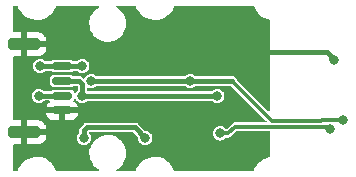
<source format=gbr>
G04 #@! TF.GenerationSoftware,KiCad,Pcbnew,(5.99.0-10394-g2e15de97e0)*
G04 #@! TF.CreationDate,2021-04-26T16:11:07+02:00*
G04 #@! TF.ProjectId,TFHT01A,54464854-3031-4412-9e6b-696361645f70,REV*
G04 #@! TF.SameCoordinates,PX78dfd90PY8290510*
G04 #@! TF.FileFunction,Copper,L1,Top*
G04 #@! TF.FilePolarity,Positive*
%FSLAX46Y46*%
G04 Gerber Fmt 4.6, Leading zero omitted, Abs format (unit mm)*
G04 Created by KiCad (PCBNEW (5.99.0-10394-g2e15de97e0)) date 2021-04-26 16:11:07*
%MOMM*%
%LPD*%
G01*
G04 APERTURE LIST*
G04 Aperture macros list*
%AMRoundRect*
0 Rectangle with rounded corners*
0 $1 Rounding radius*
0 $2 $3 $4 $5 $6 $7 $8 $9 X,Y pos of 4 corners*
0 Add a 4 corners polygon primitive as box body*
4,1,4,$2,$3,$4,$5,$6,$7,$8,$9,$2,$3,0*
0 Add four circle primitives for the rounded corners*
1,1,$1+$1,$2,$3*
1,1,$1+$1,$4,$5*
1,1,$1+$1,$6,$7*
1,1,$1+$1,$8,$9*
0 Add four rect primitives between the rounded corners*
20,1,$1+$1,$2,$3,$4,$5,0*
20,1,$1+$1,$4,$5,$6,$7,0*
20,1,$1+$1,$6,$7,$8,$9,0*
20,1,$1+$1,$8,$9,$2,$3,0*%
G04 Aperture macros list end*
G04 #@! TA.AperFunction,SMDPad,CuDef*
%ADD10RoundRect,0.150000X-0.700000X0.150000X-0.700000X-0.150000X0.700000X-0.150000X0.700000X0.150000X0*%
G04 #@! TD*
G04 #@! TA.AperFunction,SMDPad,CuDef*
%ADD11RoundRect,0.250000X-1.100000X0.250000X-1.100000X-0.250000X1.100000X-0.250000X1.100000X0.250000X0*%
G04 #@! TD*
G04 #@! TA.AperFunction,ViaPad*
%ADD12C,0.800000*%
G04 #@! TD*
G04 #@! TA.AperFunction,Conductor*
%ADD13C,0.400000*%
G04 #@! TD*
G04 #@! TA.AperFunction,Conductor*
%ADD14C,0.300000*%
G04 #@! TD*
G04 APERTURE END LIST*
D10*
G04 #@! TO.P,J2,1*
G04 #@! TO.N,+5V*
X-122096000Y146281000D03*
G04 #@! TO.P,J2,2*
G04 #@! TO.N,/SCL*
X-122096000Y145031000D03*
G04 #@! TO.P,J2,3*
G04 #@! TO.N,/SDA*
X-122096000Y143781000D03*
G04 #@! TO.P,J2,4*
G04 #@! TO.N,GND*
X-122096000Y142531000D03*
D11*
G04 #@! TO.P,J2,MP*
X-125296000Y148131000D03*
X-125296000Y140681000D03*
G04 #@! TD*
D12*
G04 #@! TO.N,GND*
X-122555000Y141224000D03*
X-125603000Y149733000D03*
X-107315000Y150876000D03*
X-113792000Y141351000D03*
X-99060000Y146812000D03*
X-107442000Y146431000D03*
X-106426000Y149606000D03*
X-109728000Y149606000D03*
X-110490000Y140462000D03*
X-122809000Y148971000D03*
X-124587000Y149733000D03*
X-123571000Y149733000D03*
X-107823000Y149606000D03*
X-125603000Y142367000D03*
X-125603000Y139192000D03*
X-111379000Y138176000D03*
X-111633000Y149606000D03*
X-111633000Y150876000D03*
X-125095000Y146685000D03*
X-108712000Y150876000D03*
X-123317000Y139192000D03*
X-110109000Y150876000D03*
X-122555000Y140081000D03*
X-125730000Y145796000D03*
X-124460000Y139192000D03*
X-105156000Y149606000D03*
X-121666000Y147574000D03*
X-110109000Y146431000D03*
X-125730000Y144653000D03*
X-105029000Y146431000D03*
X-105283000Y139192000D03*
X-106172000Y146431000D03*
X-125730000Y143510000D03*
X-122682000Y147574000D03*
G04 #@! TO.N,Net-(D3-Pad1)*
X-120269000Y140208000D03*
X-115062000Y140208000D03*
G04 #@! TO.N,+5V*
X-123952000Y146304000D03*
X-120396000Y146304000D03*
G04 #@! TO.N,/SDA*
X-124079000Y143764000D03*
X-119634000Y145034000D03*
X-111252000Y145034000D03*
X-98298000Y141732000D03*
G04 #@! TO.N,/SCL*
X-120396000Y143764000D03*
X-108966000Y143764000D03*
G04 #@! TO.N,Net-(JP1-Pad2)*
X-99441000Y140970000D03*
X-108712000Y140589000D03*
G04 #@! TD*
D13*
G04 #@! TO.N,GND*
X-99060000Y146812000D02*
X-99695000Y147447000D01*
X-105156000Y147447000D02*
X-106172000Y146431000D01*
X-99695000Y147447000D02*
X-105156000Y147447000D01*
G04 #@! TO.N,Net-(D3-Pad1)*
X-120015000Y141097000D02*
X-120269000Y140843000D01*
X-115951000Y141097000D02*
X-120015000Y141097000D01*
X-120269000Y140843000D02*
X-120269000Y140208000D01*
X-115062000Y140208000D02*
X-115951000Y141097000D01*
G04 #@! TO.N,+5V*
X-122119000Y146304000D02*
X-122096000Y146281000D01*
X-120419000Y146281000D02*
X-120396000Y146304000D01*
X-122096000Y146281000D02*
X-120419000Y146281000D01*
X-123952000Y146304000D02*
X-122119000Y146304000D01*
D14*
G04 #@! TO.N,/SDA*
X-100126800Y141732000D02*
X-98298000Y141732000D01*
X-104334720Y141672720D02*
X-107696000Y145034000D01*
X-100186080Y141672720D02*
X-104334720Y141672720D01*
D13*
X-122096000Y143781000D02*
X-124062000Y143781000D01*
X-124062000Y143781000D02*
X-124079000Y143764000D01*
X-111252000Y145034000D02*
X-107696000Y145034000D01*
X-119634000Y145034000D02*
X-111252000Y145034000D01*
D14*
X-100186080Y141672720D02*
X-100126800Y141732000D01*
D13*
G04 #@! TO.N,/SCL*
X-120647000Y145031000D02*
X-120396000Y144780000D01*
X-120396000Y144780000D02*
X-120396000Y143764000D01*
X-120396000Y143764000D02*
X-108966000Y143764000D01*
X-122096000Y145031000D02*
X-120647000Y145031000D01*
D14*
G04 #@! TO.N,Net-(JP1-Pad2)*
X-99644200Y141173200D02*
X-99441000Y140970000D01*
X-108712000Y140589000D02*
X-108026200Y140589000D01*
X-107442000Y141173200D02*
X-99644200Y141173200D01*
X-108026200Y140589000D02*
X-107442000Y141173200D01*
G04 #@! TD*
G04 #@! TA.AperFunction,Conductor*
G04 #@! TO.N,GND*
G36*
X-125877630Y151388687D02*
G01*
X-125855123Y151355787D01*
X-125814756Y151236869D01*
X-125695492Y151007277D01*
X-125693839Y151005015D01*
X-125693837Y151005011D01*
X-125544529Y150800634D01*
X-125542872Y150798366D01*
X-125453406Y150708431D01*
X-125414056Y150668874D01*
X-125360409Y150614945D01*
X-125152300Y150461234D01*
X-124923336Y150340769D01*
X-124920680Y150339852D01*
X-124920678Y150339851D01*
X-124746146Y150279585D01*
X-124678784Y150256325D01*
X-124676023Y150255821D01*
X-124676020Y150255820D01*
X-124581709Y150238596D01*
X-124424273Y150209843D01*
X-124421911Y150209719D01*
X-124421909Y150209719D01*
X-124342366Y150205550D01*
X-124342352Y150205550D01*
X-124341405Y150205500D01*
X-124180271Y150205500D01*
X-124108100Y150210990D01*
X-123990819Y150219911D01*
X-123990813Y150219912D01*
X-123988025Y150220124D01*
X-123735986Y150278543D01*
X-123733374Y150279585D01*
X-123498292Y150373373D01*
X-123498286Y150373376D01*
X-123495684Y150374414D01*
X-123493265Y150375836D01*
X-123493261Y150375838D01*
X-123275073Y150504104D01*
X-123275069Y150504107D01*
X-123272648Y150505530D01*
X-123140304Y150613275D01*
X-123074190Y150667100D01*
X-123072011Y150668874D01*
X-122898391Y150860687D01*
X-122755781Y151076555D01*
X-122647466Y151311510D01*
X-122646691Y151314206D01*
X-122646687Y151314215D01*
X-122635684Y151352460D01*
X-122605895Y151393385D01*
X-122564569Y151406000D01*
X-119030081Y151406000D01*
X-118982515Y151388687D01*
X-118957205Y151344850D01*
X-118965995Y151295000D01*
X-118990648Y151269382D01*
X-119177781Y151151538D01*
X-119180013Y151149570D01*
X-119338589Y151009766D01*
X-119364933Y150986541D01*
X-119366822Y150984241D01*
X-119521411Y150796043D01*
X-119521414Y150796038D01*
X-119523298Y150793745D01*
X-119648800Y150578109D01*
X-119649862Y150575342D01*
X-119649865Y150575336D01*
X-119737149Y150347954D01*
X-119738213Y150345182D01*
X-119751917Y150279585D01*
X-119788627Y150103864D01*
X-119788628Y150103858D01*
X-119789234Y150100956D01*
X-119789368Y150097995D01*
X-119789369Y150097991D01*
X-119792391Y150031431D01*
X-119800552Y149851714D01*
X-119800211Y149848767D01*
X-119800211Y149848765D01*
X-119784619Y149714009D01*
X-119771876Y149603868D01*
X-119703942Y149363796D01*
X-119598499Y149137673D01*
X-119596833Y149135222D01*
X-119596831Y149135218D01*
X-119515781Y149015957D01*
X-119458260Y148931318D01*
X-119286833Y148750038D01*
X-119088627Y148598499D01*
X-118868743Y148480598D01*
X-118865926Y148479628D01*
X-118635650Y148400337D01*
X-118635643Y148400335D01*
X-118632837Y148399369D01*
X-118386979Y148356902D01*
X-118384662Y148356797D01*
X-118384655Y148356796D01*
X-118366956Y148355993D01*
X-118356105Y148355500D01*
X-118183857Y148355500D01*
X-118182383Y148355619D01*
X-118182373Y148355619D01*
X-118091382Y148362941D01*
X-117997305Y148370510D01*
X-117869216Y148401971D01*
X-117757894Y148429314D01*
X-117757892Y148429315D01*
X-117755008Y148430023D01*
X-117752270Y148431185D01*
X-117528087Y148526345D01*
X-117528085Y148526346D01*
X-117525343Y148527510D01*
X-117314219Y148660462D01*
X-117127067Y148825459D01*
X-117038091Y148933780D01*
X-116970589Y149015957D01*
X-116970586Y149015962D01*
X-116968702Y149018255D01*
X-116843200Y149233891D01*
X-116842138Y149236658D01*
X-116842135Y149236664D01*
X-116754851Y149464046D01*
X-116754851Y149464047D01*
X-116753787Y149466818D01*
X-116722919Y149614575D01*
X-116703373Y149708136D01*
X-116703372Y149708142D01*
X-116702766Y149711044D01*
X-116691448Y149960286D01*
X-116698326Y150019737D01*
X-116719783Y150205184D01*
X-116720124Y150208132D01*
X-116788058Y150448204D01*
X-116793523Y150459925D01*
X-116890131Y150667100D01*
X-116893501Y150674327D01*
X-116974657Y150793745D01*
X-116991475Y150818491D01*
X-117033740Y150880682D01*
X-117205167Y151061962D01*
X-117403373Y151213501D01*
X-117502745Y151266784D01*
X-117536484Y151304519D01*
X-117538074Y151355113D01*
X-117506771Y151394892D01*
X-117467776Y151406000D01*
X-115925196Y151406000D01*
X-115877630Y151388687D01*
X-115855123Y151355787D01*
X-115814756Y151236869D01*
X-115695492Y151007277D01*
X-115693839Y151005015D01*
X-115693837Y151005011D01*
X-115544529Y150800634D01*
X-115542872Y150798366D01*
X-115453406Y150708431D01*
X-115414056Y150668874D01*
X-115360409Y150614945D01*
X-115152300Y150461234D01*
X-114923336Y150340769D01*
X-114920680Y150339852D01*
X-114920678Y150339851D01*
X-114746146Y150279585D01*
X-114678784Y150256325D01*
X-114676023Y150255821D01*
X-114676020Y150255820D01*
X-114581709Y150238596D01*
X-114424273Y150209843D01*
X-114421911Y150209719D01*
X-114421909Y150209719D01*
X-114342366Y150205550D01*
X-114342352Y150205550D01*
X-114341405Y150205500D01*
X-114180271Y150205500D01*
X-114108100Y150210990D01*
X-113990819Y150219911D01*
X-113990813Y150219912D01*
X-113988025Y150220124D01*
X-113735986Y150278543D01*
X-113733374Y150279585D01*
X-113498292Y150373373D01*
X-113498286Y150373376D01*
X-113495684Y150374414D01*
X-113493265Y150375836D01*
X-113493261Y150375838D01*
X-113275073Y150504104D01*
X-113275069Y150504107D01*
X-113272648Y150505530D01*
X-113140304Y150613275D01*
X-113074190Y150667100D01*
X-113072011Y150668874D01*
X-112898391Y150860687D01*
X-112755781Y151076555D01*
X-112647466Y151311510D01*
X-112646691Y151314206D01*
X-112646687Y151314215D01*
X-112635684Y151352460D01*
X-112605895Y151393385D01*
X-112564569Y151406000D01*
X-105925196Y151406000D01*
X-105877630Y151388687D01*
X-105855123Y151355787D01*
X-105814756Y151236869D01*
X-105695492Y151007277D01*
X-105693839Y151005015D01*
X-105693837Y151005011D01*
X-105544529Y150800634D01*
X-105542872Y150798366D01*
X-105453406Y150708431D01*
X-105414056Y150668874D01*
X-105360409Y150614945D01*
X-105152300Y150461234D01*
X-104923336Y150340769D01*
X-104920680Y150339852D01*
X-104920678Y150339851D01*
X-104746146Y150279585D01*
X-104678784Y150256325D01*
X-104581704Y150238595D01*
X-104538024Y150213020D01*
X-104521000Y150165800D01*
X-104521000Y142533334D01*
X-104538313Y142485768D01*
X-104582150Y142460458D01*
X-104632000Y142469248D01*
X-104647326Y142481008D01*
X-107291851Y145125533D01*
X-107309580Y145154466D01*
X-107310347Y145159306D01*
X-107341566Y145220578D01*
X-107365301Y145267161D01*
X-107365303Y145267164D01*
X-107367944Y145272347D01*
X-107457653Y145362056D01*
X-107462836Y145364697D01*
X-107462839Y145364699D01*
X-107565504Y145417009D01*
X-107565506Y145417010D01*
X-107570694Y145419653D01*
X-107664432Y145434500D01*
X-110766438Y145434500D01*
X-110814004Y145451813D01*
X-110818764Y145456174D01*
X-110820892Y145458302D01*
X-110823847Y145462153D01*
X-110839255Y145473976D01*
X-110945402Y145555426D01*
X-110945406Y145555428D01*
X-110949250Y145558378D01*
X-111095285Y145618868D01*
X-111100087Y145619500D01*
X-111100090Y145619501D01*
X-111247192Y145638867D01*
X-111252000Y145639500D01*
X-111256808Y145638867D01*
X-111403910Y145619501D01*
X-111403913Y145619500D01*
X-111408715Y145618868D01*
X-111554750Y145558378D01*
X-111558594Y145555428D01*
X-111558598Y145555426D01*
X-111664745Y145473976D01*
X-111680153Y145462153D01*
X-111683108Y145458302D01*
X-111685236Y145456174D01*
X-111731112Y145434782D01*
X-111737562Y145434500D01*
X-119148438Y145434500D01*
X-119196004Y145451813D01*
X-119200764Y145456174D01*
X-119202892Y145458302D01*
X-119205847Y145462153D01*
X-119221255Y145473976D01*
X-119327402Y145555426D01*
X-119327406Y145555428D01*
X-119331250Y145558378D01*
X-119477285Y145618868D01*
X-119482087Y145619500D01*
X-119482090Y145619501D01*
X-119629192Y145638867D01*
X-119634000Y145639500D01*
X-119638808Y145638867D01*
X-119785910Y145619501D01*
X-119785913Y145619500D01*
X-119790715Y145618868D01*
X-119936750Y145558378D01*
X-119940594Y145555428D01*
X-119940598Y145555426D01*
X-120046745Y145473976D01*
X-120062153Y145462153D01*
X-120065108Y145458302D01*
X-120155426Y145340598D01*
X-120155428Y145340594D01*
X-120158378Y145336750D01*
X-120160232Y145332275D01*
X-120160235Y145332269D01*
X-120182770Y145277863D01*
X-120216967Y145240542D01*
X-120267153Y145233935D01*
X-120303463Y145253855D01*
X-120318916Y145269308D01*
X-120318937Y145269332D01*
X-120318944Y145269347D01*
X-120408653Y145359056D01*
X-120413839Y145361698D01*
X-120413844Y145361702D01*
X-120431898Y145370901D01*
X-120441799Y145376968D01*
X-120458193Y145388879D01*
X-120458198Y145388881D01*
X-120462907Y145392303D01*
X-120468444Y145394102D01*
X-120468446Y145394103D01*
X-120487720Y145400365D01*
X-120498448Y145404809D01*
X-120516500Y145414007D01*
X-120516503Y145414008D01*
X-120521694Y145416653D01*
X-120546384Y145420564D01*
X-120547463Y145420735D01*
X-120558750Y145423445D01*
X-120578028Y145429708D01*
X-120578030Y145429708D01*
X-120583566Y145431507D01*
X-120710434Y145431507D01*
X-120710449Y145431502D01*
X-120710479Y145431500D01*
X-121121416Y145431500D01*
X-121171648Y145451161D01*
X-121178404Y145457407D01*
X-121200822Y145478130D01*
X-121289499Y145517333D01*
X-121302666Y145523154D01*
X-121302668Y145523154D01*
X-121307591Y145525331D01*
X-121356422Y145531500D01*
X-122826039Y145531500D01*
X-122875083Y145523337D01*
X-122905123Y145518337D01*
X-122905125Y145518336D01*
X-122911153Y145517333D01*
X-123013888Y145461900D01*
X-123055386Y145417009D01*
X-123069107Y145402165D01*
X-123093130Y145376178D01*
X-123140331Y145269409D01*
X-123146500Y145220578D01*
X-123146500Y144850961D01*
X-123145998Y144847948D01*
X-123134783Y144780569D01*
X-123132333Y144765847D01*
X-123076900Y144663112D01*
X-123072407Y144658959D01*
X-123017204Y144607929D01*
X-122991178Y144583870D01*
X-122931158Y144557336D01*
X-122889334Y144538846D01*
X-122889332Y144538846D01*
X-122884409Y144536669D01*
X-122835578Y144530500D01*
X-121365961Y144530500D01*
X-121315819Y144538846D01*
X-121286877Y144543663D01*
X-121286875Y144543664D01*
X-121280847Y144544667D01*
X-121178112Y144600100D01*
X-121171981Y144606733D01*
X-121169658Y144607929D01*
X-121169128Y144608340D01*
X-121169051Y144608241D01*
X-121126978Y144629909D01*
X-121117642Y144630500D01*
X-120870500Y144630500D01*
X-120822934Y144613187D01*
X-120797624Y144569350D01*
X-120796500Y144556500D01*
X-120796500Y144249562D01*
X-120813813Y144201996D01*
X-120818174Y144197236D01*
X-120820302Y144195108D01*
X-120824153Y144192153D01*
X-120827108Y144188302D01*
X-120917426Y144070598D01*
X-120917428Y144070594D01*
X-120920378Y144066750D01*
X-120922233Y144062271D01*
X-120926134Y144052854D01*
X-120960332Y144015534D01*
X-121010518Y144008927D01*
X-121053209Y144036125D01*
X-121058839Y144046600D01*
X-121059667Y144046153D01*
X-121115100Y144148888D01*
X-121174458Y144203759D01*
X-121196328Y144223976D01*
X-121196329Y144223977D01*
X-121200822Y144228130D01*
X-121289499Y144267333D01*
X-121302666Y144273154D01*
X-121302668Y144273154D01*
X-121307591Y144275331D01*
X-121356422Y144281500D01*
X-122826039Y144281500D01*
X-122875083Y144273337D01*
X-122905123Y144268337D01*
X-122905125Y144268336D01*
X-122911153Y144267333D01*
X-123013888Y144211900D01*
X-123018042Y144207406D01*
X-123020020Y144205267D01*
X-123022342Y144204071D01*
X-123022872Y144203660D01*
X-123022949Y144203759D01*
X-123065022Y144182091D01*
X-123074358Y144181500D01*
X-123611845Y144181500D01*
X-123656893Y144196792D01*
X-123657471Y144197236D01*
X-123776250Y144288378D01*
X-123922285Y144348868D01*
X-123927087Y144349500D01*
X-123927090Y144349501D01*
X-124074192Y144368867D01*
X-124079000Y144369500D01*
X-124083808Y144368867D01*
X-124230910Y144349501D01*
X-124230913Y144349500D01*
X-124235715Y144348868D01*
X-124381750Y144288378D01*
X-124385594Y144285428D01*
X-124385598Y144285426D01*
X-124491621Y144204071D01*
X-124507153Y144192153D01*
X-124510108Y144188302D01*
X-124600426Y144070598D01*
X-124600428Y144070594D01*
X-124603378Y144066750D01*
X-124663868Y143920715D01*
X-124664500Y143915913D01*
X-124664501Y143915910D01*
X-124682336Y143780439D01*
X-124684500Y143764000D01*
X-124663868Y143607285D01*
X-124603378Y143461250D01*
X-124600428Y143457406D01*
X-124600426Y143457402D01*
X-124528132Y143363187D01*
X-124507153Y143335847D01*
X-124503302Y143332892D01*
X-124385598Y143242574D01*
X-124385594Y143242572D01*
X-124381750Y143239622D01*
X-124235715Y143179132D01*
X-124230913Y143178500D01*
X-124230910Y143178499D01*
X-124083808Y143159133D01*
X-124079000Y143158500D01*
X-124074192Y143159133D01*
X-123927090Y143178499D01*
X-123927087Y143178500D01*
X-123922285Y143179132D01*
X-123776250Y143239622D01*
X-123772406Y143242572D01*
X-123772402Y143242574D01*
X-123654698Y143332892D01*
X-123650847Y143335847D01*
X-123638798Y143351550D01*
X-123596107Y143378746D01*
X-123580091Y143380500D01*
X-123180037Y143380500D01*
X-123132471Y143363187D01*
X-123107161Y143319350D01*
X-123115951Y143269500D01*
X-123136541Y143246633D01*
X-123246087Y143167043D01*
X-123252823Y143160718D01*
X-123352820Y143039843D01*
X-123357772Y143032039D01*
X-123424567Y142890092D01*
X-123427423Y142881304D01*
X-123443349Y142797818D01*
X-123441648Y142787317D01*
X-123438964Y142785000D01*
X-120759186Y142785000D01*
X-120749190Y142788638D01*
X-120747063Y142792323D01*
X-120753245Y142841260D01*
X-120755544Y142850212D01*
X-120813294Y142996072D01*
X-120817747Y143004171D01*
X-120909957Y143131087D01*
X-120916282Y143137823D01*
X-121037157Y143237820D01*
X-121044961Y143242772D01*
X-121115487Y143275959D01*
X-121151155Y143311877D01*
X-121155390Y143362318D01*
X-121138320Y143393146D01*
X-121098870Y143435822D01*
X-121071177Y143498464D01*
X-121036110Y143534968D01*
X-120985783Y143540392D01*
X-120943743Y143512196D01*
X-120935129Y143496862D01*
X-120920378Y143461250D01*
X-120917428Y143457406D01*
X-120917426Y143457402D01*
X-120845132Y143363187D01*
X-120824153Y143335847D01*
X-120820302Y143332892D01*
X-120702598Y143242574D01*
X-120702594Y143242572D01*
X-120698750Y143239622D01*
X-120552715Y143179132D01*
X-120547913Y143178500D01*
X-120547910Y143178499D01*
X-120400808Y143159133D01*
X-120396000Y143158500D01*
X-120391192Y143159133D01*
X-120244090Y143178499D01*
X-120244087Y143178500D01*
X-120239285Y143179132D01*
X-120093250Y143239622D01*
X-120089406Y143242572D01*
X-120089402Y143242574D01*
X-119971698Y143332892D01*
X-119967847Y143335847D01*
X-119964892Y143339698D01*
X-119962764Y143341826D01*
X-119916888Y143363218D01*
X-119910438Y143363500D01*
X-109451562Y143363500D01*
X-109403996Y143346187D01*
X-109399236Y143341826D01*
X-109397108Y143339698D01*
X-109394153Y143335847D01*
X-109390302Y143332892D01*
X-109272598Y143242574D01*
X-109272594Y143242572D01*
X-109268750Y143239622D01*
X-109122715Y143179132D01*
X-109117913Y143178500D01*
X-109117910Y143178499D01*
X-108970808Y143159133D01*
X-108966000Y143158500D01*
X-108961192Y143159133D01*
X-108814090Y143178499D01*
X-108814087Y143178500D01*
X-108809285Y143179132D01*
X-108663250Y143239622D01*
X-108659406Y143242572D01*
X-108659402Y143242574D01*
X-108541698Y143332892D01*
X-108537847Y143335847D01*
X-108516868Y143363187D01*
X-108444574Y143457402D01*
X-108444572Y143457406D01*
X-108441622Y143461250D01*
X-108381132Y143607285D01*
X-108360500Y143764000D01*
X-108362664Y143780439D01*
X-108380499Y143915910D01*
X-108380500Y143915913D01*
X-108381132Y143920715D01*
X-108441622Y144066750D01*
X-108444572Y144070594D01*
X-108444574Y144070598D01*
X-108534892Y144188302D01*
X-108537847Y144192153D01*
X-108553379Y144204071D01*
X-108659402Y144285426D01*
X-108659406Y144285428D01*
X-108663250Y144288378D01*
X-108809285Y144348868D01*
X-108814087Y144349500D01*
X-108814090Y144349501D01*
X-108961192Y144368867D01*
X-108966000Y144369500D01*
X-108970808Y144368867D01*
X-109117910Y144349501D01*
X-109117913Y144349500D01*
X-109122715Y144348868D01*
X-109268750Y144288378D01*
X-109272594Y144285428D01*
X-109272598Y144285426D01*
X-109378621Y144204071D01*
X-109394153Y144192153D01*
X-109397108Y144188302D01*
X-109399236Y144186174D01*
X-109445112Y144164782D01*
X-109451562Y144164500D01*
X-119910438Y144164500D01*
X-119958004Y144181813D01*
X-119962764Y144186174D01*
X-119964892Y144188302D01*
X-119967847Y144192153D01*
X-119971698Y144195108D01*
X-119973826Y144197236D01*
X-119995218Y144243112D01*
X-119995500Y144249562D01*
X-119995500Y144423208D01*
X-119978187Y144470774D01*
X-119934350Y144496084D01*
X-119893181Y144491575D01*
X-119790715Y144449132D01*
X-119785913Y144448500D01*
X-119785910Y144448499D01*
X-119638808Y144429133D01*
X-119634000Y144428500D01*
X-119629192Y144429133D01*
X-119482090Y144448499D01*
X-119482087Y144448500D01*
X-119477285Y144449132D01*
X-119331250Y144509622D01*
X-119327406Y144512572D01*
X-119327402Y144512574D01*
X-119209698Y144602892D01*
X-119205847Y144605847D01*
X-119202892Y144609698D01*
X-119200764Y144611826D01*
X-119154888Y144633218D01*
X-119148438Y144633500D01*
X-111737562Y144633500D01*
X-111689996Y144616187D01*
X-111685236Y144611826D01*
X-111683108Y144609698D01*
X-111680153Y144605847D01*
X-111676302Y144602892D01*
X-111558598Y144512574D01*
X-111558594Y144512572D01*
X-111554750Y144509622D01*
X-111408715Y144449132D01*
X-111403913Y144448500D01*
X-111403910Y144448499D01*
X-111256808Y144429133D01*
X-111252000Y144428500D01*
X-111247192Y144429133D01*
X-111100090Y144448499D01*
X-111100087Y144448500D01*
X-111095285Y144449132D01*
X-110949250Y144509622D01*
X-110945406Y144512572D01*
X-110945402Y144512574D01*
X-110827698Y144602892D01*
X-110823847Y144605847D01*
X-110820892Y144609698D01*
X-110818764Y144611826D01*
X-110772888Y144633218D01*
X-110766438Y144633500D01*
X-107821834Y144633500D01*
X-107774268Y144616187D01*
X-107769508Y144611826D01*
X-104807708Y141650026D01*
X-104786316Y141604150D01*
X-104799417Y141555255D01*
X-104840881Y141526221D01*
X-104860034Y141523700D01*
X-107395985Y141523700D01*
X-107411560Y141525358D01*
X-107419270Y141527018D01*
X-107419271Y141527018D01*
X-107425253Y141528306D01*
X-107431328Y141527587D01*
X-107431329Y141527587D01*
X-107459832Y141524213D01*
X-107468530Y141523700D01*
X-107472039Y141523700D01*
X-107475053Y141523198D01*
X-107475057Y141523198D01*
X-107489707Y141520760D01*
X-107493156Y141520269D01*
X-107535109Y141515303D01*
X-107535111Y141515303D01*
X-107541181Y141514584D01*
X-107546691Y141511938D01*
X-107547848Y141511602D01*
X-107548641Y141511421D01*
X-107549232Y141511234D01*
X-107549989Y141510924D01*
X-107551119Y141510537D01*
X-107557153Y141509533D01*
X-107562535Y141506629D01*
X-107562538Y141506628D01*
X-107599729Y141486562D01*
X-107602833Y141484980D01*
X-107613189Y141480007D01*
X-107646414Y141464052D01*
X-107649021Y141461860D01*
X-107650147Y141460734D01*
X-107650366Y141460533D01*
X-107654622Y141456942D01*
X-107659888Y141454100D01*
X-107696891Y141414071D01*
X-107698904Y141411977D01*
X-108141637Y140969245D01*
X-108187514Y140947853D01*
X-108236408Y140960954D01*
X-108252671Y140976523D01*
X-108280892Y141013302D01*
X-108283847Y141017153D01*
X-108287698Y141020108D01*
X-108405402Y141110426D01*
X-108405406Y141110428D01*
X-108409250Y141113378D01*
X-108555285Y141173868D01*
X-108560087Y141174500D01*
X-108560090Y141174501D01*
X-108707192Y141193867D01*
X-108712000Y141194500D01*
X-108716808Y141193867D01*
X-108863910Y141174501D01*
X-108863913Y141174500D01*
X-108868715Y141173868D01*
X-109014750Y141113378D01*
X-109018594Y141110428D01*
X-109018598Y141110426D01*
X-109136302Y141020108D01*
X-109140153Y141017153D01*
X-109143108Y141013302D01*
X-109233426Y140895598D01*
X-109233428Y140895594D01*
X-109236378Y140891750D01*
X-109296868Y140745715D01*
X-109297500Y140740913D01*
X-109297501Y140740910D01*
X-109306201Y140674826D01*
X-109317500Y140589000D01*
X-109316867Y140584192D01*
X-109297986Y140440780D01*
X-109296868Y140432285D01*
X-109236378Y140286250D01*
X-109233428Y140282406D01*
X-109233426Y140282402D01*
X-109143108Y140164698D01*
X-109140153Y140160847D01*
X-109136302Y140157892D01*
X-109018598Y140067574D01*
X-109018594Y140067572D01*
X-109014750Y140064622D01*
X-108868715Y140004132D01*
X-108863913Y140003500D01*
X-108863910Y140003499D01*
X-108716808Y139984133D01*
X-108712000Y139983500D01*
X-108707192Y139984133D01*
X-108560090Y140003499D01*
X-108560087Y140003500D01*
X-108555285Y140004132D01*
X-108409250Y140064622D01*
X-108405406Y140067572D01*
X-108405402Y140067574D01*
X-108287698Y140157892D01*
X-108283847Y140160847D01*
X-108246477Y140209549D01*
X-108203787Y140236746D01*
X-108187770Y140238500D01*
X-108072209Y140238500D01*
X-108056644Y140236844D01*
X-108042946Y140233895D01*
X-108036871Y140234614D01*
X-108036870Y140234614D01*
X-108008373Y140237987D01*
X-107999675Y140238500D01*
X-107996161Y140238500D01*
X-107993152Y140239001D01*
X-107993150Y140239001D01*
X-107989298Y140239642D01*
X-107978469Y140241445D01*
X-107975041Y140241932D01*
X-107963180Y140243336D01*
X-107933089Y140246897D01*
X-107933086Y140246898D01*
X-107927018Y140247616D01*
X-107921510Y140250261D01*
X-107920350Y140250598D01*
X-107919560Y140250778D01*
X-107918963Y140250967D01*
X-107918211Y140251275D01*
X-107917076Y140251663D01*
X-107911047Y140252667D01*
X-107905670Y140255568D01*
X-107905668Y140255569D01*
X-107886677Y140265816D01*
X-107868466Y140275642D01*
X-107865415Y140277197D01*
X-107821786Y140298148D01*
X-107819178Y140300340D01*
X-107818046Y140301472D01*
X-107817830Y140301670D01*
X-107813577Y140305259D01*
X-107808312Y140308100D01*
X-107771320Y140348117D01*
X-107769308Y140350210D01*
X-107318492Y140801026D01*
X-107272616Y140822418D01*
X-107266166Y140822700D01*
X-104595000Y140822700D01*
X-104547434Y140805387D01*
X-104522124Y140761550D01*
X-104521000Y140748700D01*
X-104521000Y138646740D01*
X-104538313Y138599174D01*
X-104578291Y138574651D01*
X-104664119Y138554757D01*
X-104756014Y138533457D01*
X-104758625Y138532415D01*
X-104758626Y138532415D01*
X-104993708Y138438627D01*
X-104993714Y138438624D01*
X-104996316Y138437586D01*
X-104998735Y138436164D01*
X-104998739Y138436162D01*
X-105216927Y138307896D01*
X-105216931Y138307893D01*
X-105219352Y138306470D01*
X-105221531Y138304696D01*
X-105353747Y138197055D01*
X-105419989Y138143126D01*
X-105593609Y137951313D01*
X-105736219Y137735445D01*
X-105844534Y137500490D01*
X-105845309Y137497794D01*
X-105845313Y137497785D01*
X-105856316Y137459540D01*
X-105886105Y137418615D01*
X-105927431Y137406000D01*
X-112566804Y137406000D01*
X-112614370Y137423313D01*
X-112636877Y137456213D01*
X-112651907Y137500490D01*
X-112677244Y137575131D01*
X-112796508Y137804723D01*
X-112811656Y137825459D01*
X-112947471Y138011366D01*
X-112947472Y138011367D01*
X-112949128Y138013634D01*
X-113075193Y138140361D01*
X-113129609Y138195063D01*
X-113129612Y138195065D01*
X-113131591Y138197055D01*
X-113339700Y138350766D01*
X-113568664Y138471231D01*
X-113571320Y138472148D01*
X-113571322Y138472149D01*
X-113810557Y138554757D01*
X-113810559Y138554757D01*
X-113813216Y138555675D01*
X-113815977Y138556179D01*
X-113815980Y138556180D01*
X-113920227Y138575219D01*
X-114067727Y138602157D01*
X-114070089Y138602281D01*
X-114070091Y138602281D01*
X-114149634Y138606450D01*
X-114149648Y138606450D01*
X-114150595Y138606500D01*
X-114311729Y138606500D01*
X-114383223Y138601061D01*
X-114501181Y138592089D01*
X-114501187Y138592088D01*
X-114503975Y138591876D01*
X-114756014Y138533457D01*
X-114758625Y138532415D01*
X-114758626Y138532415D01*
X-114993708Y138438627D01*
X-114993714Y138438624D01*
X-114996316Y138437586D01*
X-114998735Y138436164D01*
X-114998739Y138436162D01*
X-115216927Y138307896D01*
X-115216931Y138307893D01*
X-115219352Y138306470D01*
X-115221531Y138304696D01*
X-115353747Y138197055D01*
X-115419989Y138143126D01*
X-115593609Y137951313D01*
X-115736219Y137735445D01*
X-115844534Y137500490D01*
X-115845309Y137497794D01*
X-115845313Y137497785D01*
X-115856316Y137459540D01*
X-115886105Y137418615D01*
X-115927431Y137406000D01*
X-117461919Y137406000D01*
X-117509485Y137423313D01*
X-117534795Y137467150D01*
X-117526005Y137517000D01*
X-117501352Y137542618D01*
X-117412614Y137598499D01*
X-117314219Y137660462D01*
X-117210164Y137752199D01*
X-117129299Y137823491D01*
X-117129298Y137823493D01*
X-117127067Y137825459D01*
X-117021976Y137953398D01*
X-116970589Y138015957D01*
X-116970586Y138015962D01*
X-116968702Y138018255D01*
X-116843200Y138233891D01*
X-116842138Y138236658D01*
X-116842135Y138236664D01*
X-116754851Y138464046D01*
X-116754851Y138464047D01*
X-116753787Y138466818D01*
X-116731260Y138574651D01*
X-116703373Y138708136D01*
X-116703372Y138708142D01*
X-116702766Y138711044D01*
X-116702048Y138726843D01*
X-116691583Y138957319D01*
X-116691448Y138960286D01*
X-116699694Y139031561D01*
X-116711408Y139132796D01*
X-116720124Y139208132D01*
X-116788058Y139448204D01*
X-116893501Y139674327D01*
X-116898664Y139681925D01*
X-117032067Y139878220D01*
X-117033740Y139880682D01*
X-117147123Y140000582D01*
X-117203123Y140059801D01*
X-117203126Y140059804D01*
X-117205167Y140061962D01*
X-117403373Y140213501D01*
X-117623257Y140331402D01*
X-117706050Y140359910D01*
X-117856350Y140411663D01*
X-117856357Y140411665D01*
X-117859163Y140412631D01*
X-118105021Y140455098D01*
X-118107338Y140455203D01*
X-118107345Y140455204D01*
X-118125044Y140456007D01*
X-118135895Y140456500D01*
X-118308143Y140456500D01*
X-118309617Y140456381D01*
X-118309627Y140456381D01*
X-118400618Y140449059D01*
X-118494695Y140441490D01*
X-118622784Y140410029D01*
X-118734106Y140382686D01*
X-118734108Y140382685D01*
X-118736992Y140381977D01*
X-118739728Y140380816D01*
X-118739730Y140380815D01*
X-118963913Y140285655D01*
X-118963915Y140285654D01*
X-118966657Y140284490D01*
X-118969177Y140282903D01*
X-118969179Y140282902D01*
X-119065456Y140222273D01*
X-119177781Y140151538D01*
X-119210107Y140123039D01*
X-119291495Y140051285D01*
X-119364933Y139986541D01*
X-119366822Y139984241D01*
X-119521411Y139796043D01*
X-119521414Y139796038D01*
X-119523298Y139793745D01*
X-119648800Y139578109D01*
X-119649862Y139575342D01*
X-119649865Y139575336D01*
X-119699765Y139445342D01*
X-119738213Y139345182D01*
X-119738820Y139342275D01*
X-119788627Y139103864D01*
X-119788628Y139103858D01*
X-119789234Y139100956D01*
X-119800552Y138851714D01*
X-119800211Y138848767D01*
X-119800211Y138848765D01*
X-119786104Y138726843D01*
X-119771876Y138603868D01*
X-119703942Y138363796D01*
X-119702687Y138361104D01*
X-119702686Y138361102D01*
X-119697866Y138350766D01*
X-119598499Y138137673D01*
X-119596833Y138135222D01*
X-119596831Y138135218D01*
X-119515781Y138015957D01*
X-119458260Y137931318D01*
X-119286833Y137750038D01*
X-119088627Y137598499D01*
X-119049699Y137577626D01*
X-118989255Y137545216D01*
X-118955516Y137507481D01*
X-118953926Y137456887D01*
X-118985229Y137417108D01*
X-119024224Y137406000D01*
X-122566804Y137406000D01*
X-122614370Y137423313D01*
X-122636877Y137456213D01*
X-122651907Y137500490D01*
X-122677244Y137575131D01*
X-122796508Y137804723D01*
X-122811656Y137825459D01*
X-122947471Y138011366D01*
X-122947472Y138011367D01*
X-122949128Y138013634D01*
X-123075193Y138140361D01*
X-123129609Y138195063D01*
X-123129612Y138195065D01*
X-123131591Y138197055D01*
X-123339700Y138350766D01*
X-123568664Y138471231D01*
X-123571320Y138472148D01*
X-123571322Y138472149D01*
X-123810557Y138554757D01*
X-123810559Y138554757D01*
X-123813216Y138555675D01*
X-123815977Y138556179D01*
X-123815980Y138556180D01*
X-123920227Y138575219D01*
X-124067727Y138602157D01*
X-124070089Y138602281D01*
X-124070091Y138602281D01*
X-124149634Y138606450D01*
X-124149648Y138606450D01*
X-124150595Y138606500D01*
X-124311729Y138606500D01*
X-124383223Y138601061D01*
X-124501181Y138592089D01*
X-124501187Y138592088D01*
X-124503975Y138591876D01*
X-124756014Y138533457D01*
X-124758625Y138532415D01*
X-124758626Y138532415D01*
X-124993708Y138438627D01*
X-124993714Y138438624D01*
X-124996316Y138437586D01*
X-124998735Y138436164D01*
X-124998739Y138436162D01*
X-125216927Y138307896D01*
X-125216931Y138307893D01*
X-125219352Y138306470D01*
X-125221531Y138304696D01*
X-125353747Y138197055D01*
X-125419989Y138143126D01*
X-125593609Y137951313D01*
X-125736219Y137735445D01*
X-125844534Y137500490D01*
X-125845309Y137497794D01*
X-125845313Y137497785D01*
X-125856316Y137459540D01*
X-125886105Y137418615D01*
X-125927431Y137406000D01*
X-126172000Y137406000D01*
X-126219566Y137423313D01*
X-126244876Y137467150D01*
X-126246000Y137480000D01*
X-126246000Y139599000D01*
X-126228687Y139646566D01*
X-126184850Y139671876D01*
X-126172000Y139673000D01*
X-125563048Y139673000D01*
X-125553052Y139676638D01*
X-125550000Y139681925D01*
X-125550000Y140418075D01*
X-125042000Y140418075D01*
X-125042000Y139686048D01*
X-125038362Y139676052D01*
X-125033075Y139673000D01*
X-124155257Y139673000D01*
X-124150987Y139673248D01*
X-124024744Y139687967D01*
X-124016428Y139689933D01*
X-123858406Y139747291D01*
X-123850761Y139751120D01*
X-123710171Y139843295D01*
X-123703615Y139848777D01*
X-123587998Y139970825D01*
X-123582885Y139977659D01*
X-123498441Y140123039D01*
X-123495037Y140130867D01*
X-123471676Y140208000D01*
X-120874500Y140208000D01*
X-120873867Y140203192D01*
X-120854989Y140059801D01*
X-120853868Y140051285D01*
X-120793378Y139905250D01*
X-120790428Y139901406D01*
X-120790426Y139901402D01*
X-120721378Y139811418D01*
X-120697153Y139779847D01*
X-120693302Y139776892D01*
X-120575598Y139686574D01*
X-120575594Y139686572D01*
X-120571750Y139683622D01*
X-120425715Y139623132D01*
X-120420913Y139622500D01*
X-120420910Y139622499D01*
X-120273808Y139603133D01*
X-120269000Y139602500D01*
X-120264192Y139603133D01*
X-120117090Y139622499D01*
X-120117087Y139622500D01*
X-120112285Y139623132D01*
X-119966250Y139683622D01*
X-119962406Y139686572D01*
X-119962402Y139686574D01*
X-119844698Y139776892D01*
X-119840847Y139779847D01*
X-119816622Y139811418D01*
X-119747574Y139901402D01*
X-119747572Y139901406D01*
X-119744622Y139905250D01*
X-119684132Y140051285D01*
X-119683010Y140059801D01*
X-119664133Y140203192D01*
X-119663500Y140208000D01*
X-119668621Y140246897D01*
X-119683499Y140359910D01*
X-119683500Y140359913D01*
X-119684132Y140364715D01*
X-119744622Y140510750D01*
X-119747572Y140514594D01*
X-119747574Y140514598D01*
X-119795804Y140577452D01*
X-119811026Y140625728D01*
X-119791654Y140672494D01*
X-119746755Y140695867D01*
X-119737096Y140696500D01*
X-116147544Y140696500D01*
X-116099978Y140679187D01*
X-116095218Y140674826D01*
X-115688541Y140268149D01*
X-115667149Y140222273D01*
X-115666867Y140215823D01*
X-115666867Y140212808D01*
X-115667500Y140208000D01*
X-115666867Y140203192D01*
X-115647989Y140059801D01*
X-115646868Y140051285D01*
X-115586378Y139905250D01*
X-115583428Y139901406D01*
X-115583426Y139901402D01*
X-115514378Y139811418D01*
X-115490153Y139779847D01*
X-115486302Y139776892D01*
X-115368598Y139686574D01*
X-115368594Y139686572D01*
X-115364750Y139683622D01*
X-115218715Y139623132D01*
X-115213913Y139622500D01*
X-115213910Y139622499D01*
X-115066808Y139603133D01*
X-115062000Y139602500D01*
X-115057192Y139603133D01*
X-114910090Y139622499D01*
X-114910087Y139622500D01*
X-114905285Y139623132D01*
X-114759250Y139683622D01*
X-114755406Y139686572D01*
X-114755402Y139686574D01*
X-114637698Y139776892D01*
X-114633847Y139779847D01*
X-114609622Y139811418D01*
X-114540574Y139901402D01*
X-114540572Y139901406D01*
X-114537622Y139905250D01*
X-114477132Y140051285D01*
X-114476010Y140059801D01*
X-114457133Y140203192D01*
X-114456500Y140208000D01*
X-114461621Y140246897D01*
X-114476499Y140359910D01*
X-114476500Y140359913D01*
X-114477132Y140364715D01*
X-114537622Y140510750D01*
X-114540572Y140514594D01*
X-114540574Y140514598D01*
X-114630892Y140632302D01*
X-114633847Y140636153D01*
X-114661500Y140657372D01*
X-114755402Y140729426D01*
X-114755406Y140729428D01*
X-114759250Y140732378D01*
X-114905285Y140792868D01*
X-114910087Y140793500D01*
X-114910090Y140793501D01*
X-115057192Y140812867D01*
X-115062000Y140813500D01*
X-115066808Y140812867D01*
X-115069823Y140812867D01*
X-115117389Y140830180D01*
X-115122149Y140834541D01*
X-115622916Y141335308D01*
X-115622937Y141335332D01*
X-115622944Y141335347D01*
X-115712653Y141425056D01*
X-115717840Y141427699D01*
X-115717844Y141427702D01*
X-115735898Y141436901D01*
X-115745799Y141442968D01*
X-115762193Y141454879D01*
X-115762198Y141454881D01*
X-115766907Y141458303D01*
X-115772444Y141460102D01*
X-115772446Y141460103D01*
X-115791720Y141466365D01*
X-115802448Y141470809D01*
X-115820500Y141480007D01*
X-115820503Y141480008D01*
X-115825694Y141482653D01*
X-115845240Y141485749D01*
X-115851463Y141486735D01*
X-115862750Y141489445D01*
X-115882028Y141495708D01*
X-115882030Y141495708D01*
X-115887566Y141497507D01*
X-116014434Y141497507D01*
X-116014449Y141497502D01*
X-116014479Y141497500D01*
X-119951521Y141497500D01*
X-119951551Y141497502D01*
X-119951566Y141497507D01*
X-120078434Y141497507D01*
X-120103249Y141489444D01*
X-120114530Y141486736D01*
X-120140306Y141482653D01*
X-120145496Y141480009D01*
X-120145501Y141480007D01*
X-120163556Y141470807D01*
X-120174284Y141466363D01*
X-120193554Y141460102D01*
X-120193555Y141460101D01*
X-120199093Y141458302D01*
X-120220206Y141442963D01*
X-120230094Y141436904D01*
X-120253347Y141425056D01*
X-120343056Y141335347D01*
X-120343063Y141335332D01*
X-120343084Y141335308D01*
X-120507308Y141171084D01*
X-120507332Y141171063D01*
X-120507347Y141171056D01*
X-120597056Y141081347D01*
X-120599698Y141076161D01*
X-120599702Y141076156D01*
X-120608901Y141058102D01*
X-120614968Y141048201D01*
X-120626879Y141031807D01*
X-120626881Y141031802D01*
X-120630303Y141027093D01*
X-120632102Y141021556D01*
X-120632103Y141021554D01*
X-120638365Y141002280D01*
X-120642809Y140991552D01*
X-120652007Y140973500D01*
X-120652008Y140973497D01*
X-120654653Y140968306D01*
X-120657749Y140948760D01*
X-120658735Y140942537D01*
X-120661445Y140931250D01*
X-120667708Y140911972D01*
X-120669507Y140906434D01*
X-120669507Y140779566D01*
X-120669502Y140779551D01*
X-120669500Y140779521D01*
X-120669500Y140693562D01*
X-120686813Y140645996D01*
X-120691174Y140641236D01*
X-120693302Y140639108D01*
X-120697153Y140636153D01*
X-120700108Y140632302D01*
X-120790426Y140514598D01*
X-120790428Y140514594D01*
X-120793378Y140510750D01*
X-120853868Y140364715D01*
X-120854500Y140359913D01*
X-120854501Y140359910D01*
X-120869379Y140246897D01*
X-120874500Y140208000D01*
X-123471676Y140208000D01*
X-123446161Y140292246D01*
X-123444721Y140299671D01*
X-123438147Y140373329D01*
X-123438000Y140376631D01*
X-123438000Y140413952D01*
X-123441638Y140423948D01*
X-123446925Y140427000D01*
X-125028952Y140427000D01*
X-125038948Y140423362D01*
X-125042000Y140418075D01*
X-125550000Y140418075D01*
X-125550000Y141675952D01*
X-125551501Y141680075D01*
X-125042000Y141680075D01*
X-125042000Y140948048D01*
X-125038362Y140938052D01*
X-125033075Y140935000D01*
X-123451048Y140935000D01*
X-123441052Y140938638D01*
X-123438000Y140943925D01*
X-123438000Y140971743D01*
X-123438248Y140976013D01*
X-123452967Y141102256D01*
X-123454933Y141110572D01*
X-123512291Y141268594D01*
X-123516120Y141276239D01*
X-123608295Y141416829D01*
X-123613777Y141423385D01*
X-123735825Y141539002D01*
X-123742659Y141544115D01*
X-123888039Y141628559D01*
X-123895867Y141631963D01*
X-124057246Y141680839D01*
X-124064671Y141682279D01*
X-124138329Y141688853D01*
X-124141631Y141689000D01*
X-125028952Y141689000D01*
X-125038948Y141685362D01*
X-125042000Y141680075D01*
X-125551501Y141680075D01*
X-125553638Y141685948D01*
X-125558925Y141689000D01*
X-126172000Y141689000D01*
X-126219566Y141706313D01*
X-126244876Y141750150D01*
X-126246000Y141763000D01*
X-126246000Y142269677D01*
X-123444937Y142269677D01*
X-123438755Y142220740D01*
X-123436456Y142211788D01*
X-123378706Y142065928D01*
X-123374253Y142057829D01*
X-123282043Y141930913D01*
X-123275718Y141924177D01*
X-123154843Y141824180D01*
X-123147039Y141819228D01*
X-123005092Y141752433D01*
X-122996304Y141749577D01*
X-122860408Y141723653D01*
X-122853499Y141723000D01*
X-122363048Y141723000D01*
X-122353052Y141726638D01*
X-122350000Y141731925D01*
X-122350000Y142263952D01*
X-122351501Y142268075D01*
X-121842000Y142268075D01*
X-121842000Y141736048D01*
X-121838362Y141726052D01*
X-121833075Y141723000D01*
X-121358739Y141723000D01*
X-121354123Y141723290D01*
X-121235734Y141738246D01*
X-121226790Y141740543D01*
X-121080928Y141798294D01*
X-121072829Y141802747D01*
X-120945913Y141894957D01*
X-120939177Y141901282D01*
X-120839180Y142022157D01*
X-120834228Y142029961D01*
X-120767433Y142171908D01*
X-120764577Y142180696D01*
X-120748651Y142264182D01*
X-120750352Y142274683D01*
X-120753036Y142277000D01*
X-121828952Y142277000D01*
X-121838948Y142273362D01*
X-121842000Y142268075D01*
X-122351501Y142268075D01*
X-122353638Y142273948D01*
X-122358925Y142277000D01*
X-123432814Y142277000D01*
X-123442810Y142273362D01*
X-123444937Y142269677D01*
X-126246000Y142269677D01*
X-126246000Y146304000D01*
X-124557500Y146304000D01*
X-124556867Y146299192D01*
X-124550177Y146248380D01*
X-124536868Y146147285D01*
X-124476378Y146001250D01*
X-124473428Y145997406D01*
X-124473426Y145997402D01*
X-124384741Y145881826D01*
X-124380153Y145875847D01*
X-124376302Y145872892D01*
X-124258598Y145782574D01*
X-124258594Y145782572D01*
X-124254750Y145779622D01*
X-124108715Y145719132D01*
X-124103913Y145718500D01*
X-124103910Y145718499D01*
X-123956808Y145699133D01*
X-123952000Y145698500D01*
X-123947192Y145699133D01*
X-123800090Y145718499D01*
X-123800087Y145718500D01*
X-123795285Y145719132D01*
X-123649250Y145779622D01*
X-123645406Y145782572D01*
X-123645402Y145782574D01*
X-123527698Y145872892D01*
X-123523847Y145875847D01*
X-123520892Y145879698D01*
X-123518764Y145881826D01*
X-123472888Y145903218D01*
X-123466438Y145903500D01*
X-123095465Y145903500D01*
X-123045233Y145883839D01*
X-123036588Y145875847D01*
X-123017204Y145857929D01*
X-122991178Y145833870D01*
X-122940391Y145811418D01*
X-122889334Y145788846D01*
X-122889332Y145788846D01*
X-122884409Y145786669D01*
X-122835578Y145780500D01*
X-121365961Y145780500D01*
X-121315819Y145788846D01*
X-121286877Y145793663D01*
X-121286875Y145793664D01*
X-121280847Y145794667D01*
X-121178112Y145850100D01*
X-121171981Y145856733D01*
X-121169658Y145857929D01*
X-121169128Y145858340D01*
X-121169051Y145858241D01*
X-121126978Y145879909D01*
X-121117642Y145880500D01*
X-120855336Y145880500D01*
X-120810288Y145865208D01*
X-120702598Y145782574D01*
X-120702594Y145782572D01*
X-120698750Y145779622D01*
X-120552715Y145719132D01*
X-120547913Y145718500D01*
X-120547910Y145718499D01*
X-120400808Y145699133D01*
X-120396000Y145698500D01*
X-120391192Y145699133D01*
X-120244090Y145718499D01*
X-120244087Y145718500D01*
X-120239285Y145719132D01*
X-120093250Y145779622D01*
X-120089406Y145782572D01*
X-120089402Y145782574D01*
X-119971698Y145872892D01*
X-119967847Y145875847D01*
X-119963259Y145881826D01*
X-119874574Y145997402D01*
X-119874572Y145997406D01*
X-119871622Y146001250D01*
X-119811132Y146147285D01*
X-119797822Y146248380D01*
X-119791133Y146299192D01*
X-119790500Y146304000D01*
X-119791704Y146313145D01*
X-119810499Y146455910D01*
X-119810500Y146455913D01*
X-119811132Y146460715D01*
X-119871622Y146606750D01*
X-119874572Y146610594D01*
X-119874574Y146610598D01*
X-119964892Y146728302D01*
X-119967847Y146732153D01*
X-119971698Y146735108D01*
X-120089402Y146825426D01*
X-120089406Y146825428D01*
X-120093250Y146828378D01*
X-120239285Y146888868D01*
X-120244087Y146889500D01*
X-120244090Y146889501D01*
X-120391192Y146908867D01*
X-120396000Y146909500D01*
X-120400808Y146908867D01*
X-120547910Y146889501D01*
X-120547913Y146889500D01*
X-120552715Y146888868D01*
X-120698750Y146828378D01*
X-120702594Y146825428D01*
X-120702598Y146825426D01*
X-120820302Y146735108D01*
X-120824153Y146732153D01*
X-120840805Y146710451D01*
X-120883497Y146683254D01*
X-120899513Y146681500D01*
X-121121416Y146681500D01*
X-121171648Y146701161D01*
X-121196328Y146723976D01*
X-121196329Y146723977D01*
X-121200822Y146728130D01*
X-121289499Y146767333D01*
X-121302666Y146773154D01*
X-121302668Y146773154D01*
X-121307591Y146775331D01*
X-121356422Y146781500D01*
X-122826039Y146781500D01*
X-122875083Y146773337D01*
X-122905123Y146768337D01*
X-122905125Y146768336D01*
X-122911153Y146767333D01*
X-123011156Y146713374D01*
X-123046293Y146704500D01*
X-123466438Y146704500D01*
X-123514004Y146721813D01*
X-123518764Y146726174D01*
X-123520892Y146728302D01*
X-123523847Y146732153D01*
X-123527698Y146735108D01*
X-123645402Y146825426D01*
X-123645406Y146825428D01*
X-123649250Y146828378D01*
X-123795285Y146888868D01*
X-123800087Y146889500D01*
X-123800090Y146889501D01*
X-123947192Y146908867D01*
X-123952000Y146909500D01*
X-123956808Y146908867D01*
X-124103910Y146889501D01*
X-124103913Y146889500D01*
X-124108715Y146888868D01*
X-124254750Y146828378D01*
X-124258594Y146825428D01*
X-124258598Y146825426D01*
X-124376302Y146735108D01*
X-124380153Y146732153D01*
X-124383108Y146728302D01*
X-124473426Y146610598D01*
X-124473428Y146610594D01*
X-124476378Y146606750D01*
X-124536868Y146460715D01*
X-124537500Y146455913D01*
X-124537501Y146455910D01*
X-124556296Y146313145D01*
X-124557500Y146304000D01*
X-126246000Y146304000D01*
X-126246000Y147049000D01*
X-126228687Y147096566D01*
X-126184850Y147121876D01*
X-126172000Y147123000D01*
X-125563048Y147123000D01*
X-125553052Y147126638D01*
X-125550000Y147131925D01*
X-125550000Y147868075D01*
X-125042000Y147868075D01*
X-125042000Y147136048D01*
X-125038362Y147126052D01*
X-125033075Y147123000D01*
X-124155257Y147123000D01*
X-124150987Y147123248D01*
X-124024744Y147137967D01*
X-124016428Y147139933D01*
X-123858406Y147197291D01*
X-123850761Y147201120D01*
X-123710171Y147293295D01*
X-123703615Y147298777D01*
X-123587998Y147420825D01*
X-123582885Y147427659D01*
X-123498441Y147573039D01*
X-123495037Y147580867D01*
X-123446161Y147742246D01*
X-123444721Y147749671D01*
X-123438147Y147823329D01*
X-123438000Y147826631D01*
X-123438000Y147863952D01*
X-123441638Y147873948D01*
X-123446925Y147877000D01*
X-125028952Y147877000D01*
X-125038948Y147873362D01*
X-125042000Y147868075D01*
X-125550000Y147868075D01*
X-125550000Y149125952D01*
X-125551501Y149130075D01*
X-125042000Y149130075D01*
X-125042000Y148398048D01*
X-125038362Y148388052D01*
X-125033075Y148385000D01*
X-123451048Y148385000D01*
X-123441052Y148388638D01*
X-123438000Y148393925D01*
X-123438000Y148421743D01*
X-123438248Y148426013D01*
X-123452967Y148552256D01*
X-123454933Y148560572D01*
X-123512291Y148718594D01*
X-123516120Y148726239D01*
X-123608295Y148866829D01*
X-123613777Y148873385D01*
X-123735825Y148989002D01*
X-123742659Y148994115D01*
X-123888039Y149078559D01*
X-123895867Y149081963D01*
X-124057246Y149130839D01*
X-124064671Y149132279D01*
X-124138329Y149138853D01*
X-124141631Y149139000D01*
X-125028952Y149139000D01*
X-125038948Y149135362D01*
X-125042000Y149130075D01*
X-125551501Y149130075D01*
X-125553638Y149135948D01*
X-125558925Y149139000D01*
X-126172000Y149139000D01*
X-126219566Y149156313D01*
X-126244876Y149200150D01*
X-126246000Y149213000D01*
X-126246000Y151332000D01*
X-126228687Y151379566D01*
X-126184850Y151404876D01*
X-126172000Y151406000D01*
X-125925196Y151406000D01*
X-125877630Y151388687D01*
G37*
G04 #@! TD.AperFunction*
G04 #@! TD*
M02*

</source>
